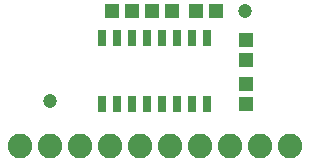
<source format=gbr>
G04 EAGLE Gerber RS-274X export*
G75*
%MOMM*%
%FSLAX34Y34*%
%LPD*%
%INSoldermask Top*%
%IPPOS*%
%AMOC8*
5,1,8,0,0,1.08239X$1,22.5*%
G01*
%ADD10R,0.803200X1.403200*%
%ADD11R,1.303200X1.203200*%
%ADD12R,1.203200X1.303200*%
%ADD13C,2.082800*%
%ADD14C,1.203200*%


D10*
X171450Y104200D03*
X158750Y104200D03*
X146050Y104200D03*
X133350Y104200D03*
X120650Y104200D03*
X107950Y104200D03*
X95250Y104200D03*
X82550Y104200D03*
X82550Y48200D03*
X95250Y48200D03*
X107950Y48200D03*
X120650Y48200D03*
X133350Y48200D03*
X146050Y48200D03*
X158750Y48200D03*
X171450Y48200D03*
D11*
X178680Y127000D03*
X161680Y127000D03*
X141850Y127000D03*
X124850Y127000D03*
D12*
X204546Y85378D03*
X204546Y102378D03*
D11*
X107560Y127000D03*
X90560Y127000D03*
D13*
X241300Y12700D03*
X215900Y12700D03*
X190500Y12700D03*
X165100Y12700D03*
X139700Y12700D03*
X114300Y12700D03*
X88900Y12700D03*
X63500Y12700D03*
X38100Y12700D03*
X12700Y12700D03*
D12*
X204521Y48193D03*
X204521Y65193D03*
D14*
X38100Y50800D03*
X203200Y127000D03*
M02*

</source>
